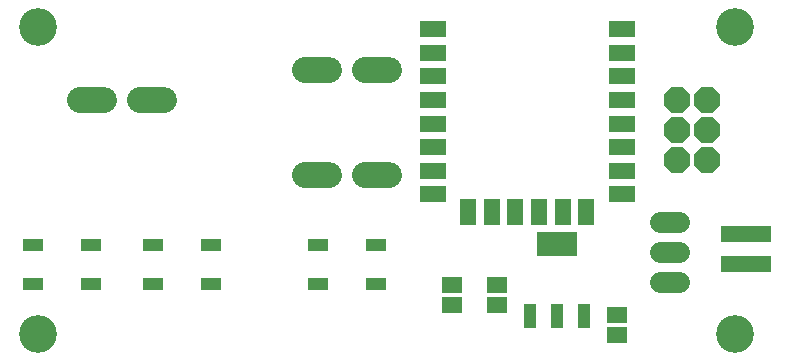
<source format=gbr>
G04 EAGLE Gerber RS-274X export*
G75*
%MOMM*%
%FSLAX34Y34*%
%LPD*%
%INSoldermask Top*%
%IPPOS*%
%AMOC8*
5,1,8,0,0,1.08239X$1,22.5*%
G01*
G04 Define Apertures*
%ADD10C,3.203200*%
%ADD11P,2.40204X8X112.5*%
%ADD12R,2.203200X1.403200*%
%ADD13R,1.403200X2.203200*%
%ADD14R,1.101100X2.063500*%
%ADD15R,3.392300X2.063500*%
%ADD16C,2.219200*%
%ADD17R,1.703200X1.103200*%
%ADD18R,1.668500X1.367800*%
%ADD19C,1.803200*%
%ADD20R,4.203200X1.473200*%
D10*
X620000Y290000D03*
X620000Y30000D03*
X30000Y30000D03*
X30000Y290000D03*
D11*
X571500Y177800D03*
X596900Y177800D03*
X571500Y203200D03*
X596900Y203200D03*
X571500Y228600D03*
X596900Y228600D03*
D12*
X524500Y148540D03*
X524500Y168540D03*
X524500Y188540D03*
X524500Y208540D03*
X524500Y228540D03*
X524500Y248540D03*
X524500Y268540D03*
X524500Y288540D03*
X364500Y288540D03*
X364500Y248540D03*
X364500Y268540D03*
X364500Y228540D03*
X364500Y208540D03*
X364500Y188540D03*
X364500Y168540D03*
X364500Y148540D03*
D13*
X494500Y133740D03*
X474500Y133740D03*
X454500Y133740D03*
X434500Y133740D03*
X414500Y133740D03*
X394500Y133740D03*
D14*
X446900Y45450D03*
X469900Y45450D03*
X492900Y45450D03*
D15*
X469900Y106950D03*
D16*
X86280Y228600D02*
X66120Y228600D01*
X116920Y228600D02*
X137080Y228600D01*
X256620Y165100D02*
X276780Y165100D01*
X307420Y165100D02*
X327580Y165100D01*
D17*
X26300Y105400D03*
X26300Y72400D03*
X75300Y105400D03*
X75300Y72400D03*
X127900Y105400D03*
X127900Y72400D03*
X176900Y105400D03*
X176900Y72400D03*
X267600Y105400D03*
X267600Y72400D03*
X316600Y105400D03*
X316600Y72400D03*
D18*
X520700Y46854D03*
X520700Y29346D03*
X419100Y72254D03*
X419100Y54746D03*
D19*
X557000Y74600D02*
X573000Y74600D01*
X573000Y100000D02*
X557000Y100000D01*
X557000Y125400D02*
X573000Y125400D01*
D16*
X276780Y254000D02*
X256620Y254000D01*
X307420Y254000D02*
X327580Y254000D01*
D18*
X381000Y72254D03*
X381000Y54746D03*
D20*
X630000Y114700D03*
X630000Y89300D03*
M02*

</source>
